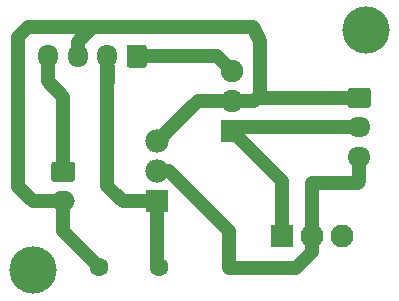
<source format=gtl>
G04 #@! TF.GenerationSoftware,KiCad,Pcbnew,(5.1.5)-3*
G04 #@! TF.CreationDate,2020-04-03T17:49:39+02:00*
G04 #@! TF.ProjectId,SM-Magnet,534d2d4d-6167-46e6-9574-2e6b69636164,rev?*
G04 #@! TF.SameCoordinates,Original*
G04 #@! TF.FileFunction,Copper,L1,Top*
G04 #@! TF.FilePolarity,Positive*
%FSLAX46Y46*%
G04 Gerber Fmt 4.6, Leading zero omitted, Abs format (unit mm)*
G04 Created by KiCad (PCBNEW (5.1.5)-3) date 2020-04-03 17:49:39*
%MOMM*%
%LPD*%
G04 APERTURE LIST*
%ADD10R,1.940000X1.940000*%
%ADD11C,1.940000*%
%ADD12C,1.600000*%
%ADD13R,1.910000X1.910000*%
%ADD14C,1.910000*%
%ADD15C,1.980000*%
%ADD16R,1.980000X1.980000*%
%ADD17O,1.950000X1.700000*%
%ADD18C,0.100000*%
%ADD19O,2.000000X1.700000*%
%ADD20O,1.700000X1.950000*%
%ADD21C,4.000000*%
%ADD22C,1.220000*%
%ADD23C,1.200000*%
G04 APERTURE END LIST*
D10*
X46460000Y-36200000D03*
D11*
X49000000Y-36200000D03*
X51540000Y-36200000D03*
D12*
X36080000Y-38800000D03*
X31000000Y-38800000D03*
D13*
X42200000Y-27280000D03*
D14*
X42200000Y-24740000D03*
X42200000Y-22200000D03*
D15*
X35900000Y-28160000D03*
X35900000Y-30700000D03*
D16*
X35900000Y-33240000D03*
D17*
X53000000Y-29500000D03*
X53000000Y-27000000D03*
G04 #@! TA.AperFunction,ComponentPad*
D18*
G36*
X53749504Y-23651204D02*
G01*
X53773773Y-23654804D01*
X53797571Y-23660765D01*
X53820671Y-23669030D01*
X53842849Y-23679520D01*
X53863893Y-23692133D01*
X53883598Y-23706747D01*
X53901777Y-23723223D01*
X53918253Y-23741402D01*
X53932867Y-23761107D01*
X53945480Y-23782151D01*
X53955970Y-23804329D01*
X53964235Y-23827429D01*
X53970196Y-23851227D01*
X53973796Y-23875496D01*
X53975000Y-23900000D01*
X53975000Y-25100000D01*
X53973796Y-25124504D01*
X53970196Y-25148773D01*
X53964235Y-25172571D01*
X53955970Y-25195671D01*
X53945480Y-25217849D01*
X53932867Y-25238893D01*
X53918253Y-25258598D01*
X53901777Y-25276777D01*
X53883598Y-25293253D01*
X53863893Y-25307867D01*
X53842849Y-25320480D01*
X53820671Y-25330970D01*
X53797571Y-25339235D01*
X53773773Y-25345196D01*
X53749504Y-25348796D01*
X53725000Y-25350000D01*
X52275000Y-25350000D01*
X52250496Y-25348796D01*
X52226227Y-25345196D01*
X52202429Y-25339235D01*
X52179329Y-25330970D01*
X52157151Y-25320480D01*
X52136107Y-25307867D01*
X52116402Y-25293253D01*
X52098223Y-25276777D01*
X52081747Y-25258598D01*
X52067133Y-25238893D01*
X52054520Y-25217849D01*
X52044030Y-25195671D01*
X52035765Y-25172571D01*
X52029804Y-25148773D01*
X52026204Y-25124504D01*
X52025000Y-25100000D01*
X52025000Y-23900000D01*
X52026204Y-23875496D01*
X52029804Y-23851227D01*
X52035765Y-23827429D01*
X52044030Y-23804329D01*
X52054520Y-23782151D01*
X52067133Y-23761107D01*
X52081747Y-23741402D01*
X52098223Y-23723223D01*
X52116402Y-23706747D01*
X52136107Y-23692133D01*
X52157151Y-23679520D01*
X52179329Y-23669030D01*
X52202429Y-23660765D01*
X52226227Y-23654804D01*
X52250496Y-23651204D01*
X52275000Y-23650000D01*
X53725000Y-23650000D01*
X53749504Y-23651204D01*
G37*
G04 #@! TD.AperFunction*
D19*
X27940000Y-33250000D03*
G04 #@! TA.AperFunction,ComponentPad*
D18*
G36*
X28714504Y-29901204D02*
G01*
X28738773Y-29904804D01*
X28762571Y-29910765D01*
X28785671Y-29919030D01*
X28807849Y-29929520D01*
X28828893Y-29942133D01*
X28848598Y-29956747D01*
X28866777Y-29973223D01*
X28883253Y-29991402D01*
X28897867Y-30011107D01*
X28910480Y-30032151D01*
X28920970Y-30054329D01*
X28929235Y-30077429D01*
X28935196Y-30101227D01*
X28938796Y-30125496D01*
X28940000Y-30150000D01*
X28940000Y-31350000D01*
X28938796Y-31374504D01*
X28935196Y-31398773D01*
X28929235Y-31422571D01*
X28920970Y-31445671D01*
X28910480Y-31467849D01*
X28897867Y-31488893D01*
X28883253Y-31508598D01*
X28866777Y-31526777D01*
X28848598Y-31543253D01*
X28828893Y-31557867D01*
X28807849Y-31570480D01*
X28785671Y-31580970D01*
X28762571Y-31589235D01*
X28738773Y-31595196D01*
X28714504Y-31598796D01*
X28690000Y-31600000D01*
X27190000Y-31600000D01*
X27165496Y-31598796D01*
X27141227Y-31595196D01*
X27117429Y-31589235D01*
X27094329Y-31580970D01*
X27072151Y-31570480D01*
X27051107Y-31557867D01*
X27031402Y-31543253D01*
X27013223Y-31526777D01*
X26996747Y-31508598D01*
X26982133Y-31488893D01*
X26969520Y-31467849D01*
X26959030Y-31445671D01*
X26950765Y-31422571D01*
X26944804Y-31398773D01*
X26941204Y-31374504D01*
X26940000Y-31350000D01*
X26940000Y-30150000D01*
X26941204Y-30125496D01*
X26944804Y-30101227D01*
X26950765Y-30077429D01*
X26959030Y-30054329D01*
X26969520Y-30032151D01*
X26982133Y-30011107D01*
X26996747Y-29991402D01*
X27013223Y-29973223D01*
X27031402Y-29956747D01*
X27051107Y-29942133D01*
X27072151Y-29929520D01*
X27094329Y-29919030D01*
X27117429Y-29910765D01*
X27141227Y-29904804D01*
X27165496Y-29901204D01*
X27190000Y-29900000D01*
X28690000Y-29900000D01*
X28714504Y-29901204D01*
G37*
G04 #@! TD.AperFunction*
D20*
X26663000Y-20971000D03*
X29163000Y-20971000D03*
X31663000Y-20971000D03*
G04 #@! TA.AperFunction,ComponentPad*
D18*
G36*
X34787504Y-19997204D02*
G01*
X34811773Y-20000804D01*
X34835571Y-20006765D01*
X34858671Y-20015030D01*
X34880849Y-20025520D01*
X34901893Y-20038133D01*
X34921598Y-20052747D01*
X34939777Y-20069223D01*
X34956253Y-20087402D01*
X34970867Y-20107107D01*
X34983480Y-20128151D01*
X34993970Y-20150329D01*
X35002235Y-20173429D01*
X35008196Y-20197227D01*
X35011796Y-20221496D01*
X35013000Y-20246000D01*
X35013000Y-21696000D01*
X35011796Y-21720504D01*
X35008196Y-21744773D01*
X35002235Y-21768571D01*
X34993970Y-21791671D01*
X34983480Y-21813849D01*
X34970867Y-21834893D01*
X34956253Y-21854598D01*
X34939777Y-21872777D01*
X34921598Y-21889253D01*
X34901893Y-21903867D01*
X34880849Y-21916480D01*
X34858671Y-21926970D01*
X34835571Y-21935235D01*
X34811773Y-21941196D01*
X34787504Y-21944796D01*
X34763000Y-21946000D01*
X33563000Y-21946000D01*
X33538496Y-21944796D01*
X33514227Y-21941196D01*
X33490429Y-21935235D01*
X33467329Y-21926970D01*
X33445151Y-21916480D01*
X33424107Y-21903867D01*
X33404402Y-21889253D01*
X33386223Y-21872777D01*
X33369747Y-21854598D01*
X33355133Y-21834893D01*
X33342520Y-21813849D01*
X33332030Y-21791671D01*
X33323765Y-21768571D01*
X33317804Y-21744773D01*
X33314204Y-21720504D01*
X33313000Y-21696000D01*
X33313000Y-20246000D01*
X33314204Y-20221496D01*
X33317804Y-20197227D01*
X33323765Y-20173429D01*
X33332030Y-20150329D01*
X33342520Y-20128151D01*
X33355133Y-20107107D01*
X33369747Y-20087402D01*
X33386223Y-20069223D01*
X33404402Y-20052747D01*
X33424107Y-20038133D01*
X33445151Y-20025520D01*
X33467329Y-20015030D01*
X33490429Y-20006765D01*
X33514227Y-20000804D01*
X33538496Y-19997204D01*
X33563000Y-19996000D01*
X34763000Y-19996000D01*
X34787504Y-19997204D01*
G37*
G04 #@! TD.AperFunction*
D21*
X25400000Y-39100000D03*
X53600000Y-18800000D03*
D22*
X36905998Y-30700000D02*
X42000000Y-35794002D01*
X35900000Y-30700000D02*
X36905998Y-30700000D01*
X42000000Y-35794002D02*
X42000000Y-38900000D01*
X49000000Y-31705000D02*
X49000000Y-36200000D01*
X49000000Y-37571787D02*
X49000000Y-36200000D01*
X47671787Y-38900000D02*
X49000000Y-37571787D01*
X42000000Y-38900000D02*
X47671787Y-38900000D01*
X53000000Y-31570000D02*
X53000000Y-29500000D01*
X52865000Y-31705000D02*
X53000000Y-31570000D01*
X49000000Y-31705000D02*
X52865000Y-31705000D01*
X42480000Y-27000000D02*
X42200000Y-27280000D01*
X53000000Y-27000000D02*
X42480000Y-27000000D01*
X46460000Y-31540000D02*
X42200000Y-27280000D01*
X46460000Y-36200000D02*
X46460000Y-31540000D01*
D23*
X29337000Y-21145000D02*
X29163000Y-20971000D01*
X29163000Y-20971000D02*
X29163000Y-19746000D01*
X29163000Y-19746000D02*
X30409000Y-18500000D01*
X30409000Y-18500000D02*
X44011000Y-18500000D01*
X41910000Y-24781000D02*
X44069000Y-24781000D01*
X44069000Y-24781000D02*
X44450000Y-24400000D01*
X25360000Y-33250000D02*
X27940000Y-33250000D01*
X24130000Y-32020000D02*
X25360000Y-33250000D01*
X24130000Y-19320000D02*
X24130000Y-32020000D01*
X30409000Y-18500000D02*
X24950000Y-18500000D01*
X24950000Y-18500000D02*
X24130000Y-19320000D01*
D22*
X44119000Y-24781000D02*
X44600000Y-24300000D01*
X44069000Y-24781000D02*
X44119000Y-24781000D01*
D23*
X44011000Y-18500000D02*
X44600000Y-19700000D01*
D22*
X44600000Y-24300000D02*
X44600000Y-19700000D01*
X39320000Y-24740000D02*
X42200000Y-24740000D01*
X35900000Y-28160000D02*
X39320000Y-24740000D01*
X27940000Y-35740000D02*
X31000000Y-38800000D01*
X27940000Y-33250000D02*
X27940000Y-35740000D01*
X44800000Y-24500000D02*
X44600000Y-24300000D01*
X53000000Y-24500000D02*
X44800000Y-24500000D01*
D23*
X27940000Y-30750000D02*
X27940000Y-24400000D01*
X26663000Y-23123000D02*
X26663000Y-20971000D01*
X27940000Y-24400000D02*
X26663000Y-23123000D01*
X31663000Y-20971000D02*
X31663000Y-21773000D01*
X31663000Y-21773000D02*
X31750000Y-21860000D01*
X31750000Y-21860000D02*
X31750000Y-23130000D01*
X31663000Y-20971000D02*
X31663000Y-31933000D01*
X31663000Y-31933000D02*
X32258000Y-32528000D01*
D22*
X32970000Y-33240000D02*
X35900000Y-33240000D01*
X32258000Y-32528000D02*
X32970000Y-33240000D01*
X35900000Y-38620000D02*
X36080000Y-38800000D01*
X35900000Y-33240000D02*
X35900000Y-38620000D01*
X40971000Y-20971000D02*
X42200000Y-22200000D01*
X34163000Y-20971000D02*
X40971000Y-20971000D01*
M02*

</source>
